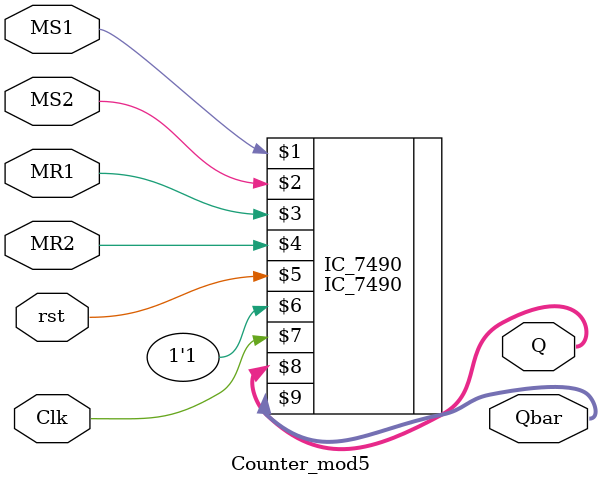
<source format=v>
module Counter_mod5(input MS1,MS2,MR1,MR2,rst,Clk,
                    output [3:0] Q,Qbar);
					
					
	IC_7490 IC_7490(MS1,MS2,MR1,MR2,rst,1'b1,Clk,Q,Qbar);
	
endmodule
    
</source>
